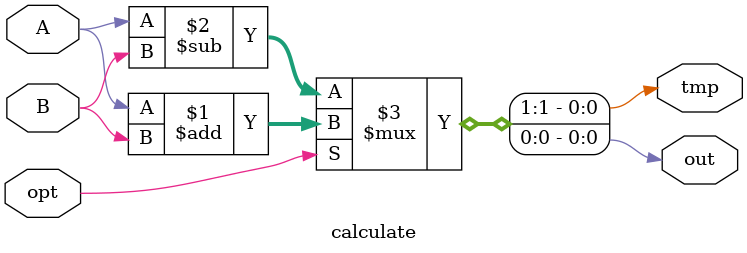
<source format=v>
module medium_25(
    output out,
    input A, 
    input B,
    input opt
    );
    calculate calculate_1 (.out(out),.A(A),.B(B),.opt(opt));
endmodule
module calculate(
    output out,
    input A,
    input B,
    input opt,
    output tmp
    );
    assign {tmp,out} = opt ? (A + B) : (A - B);
endmodule
</source>
